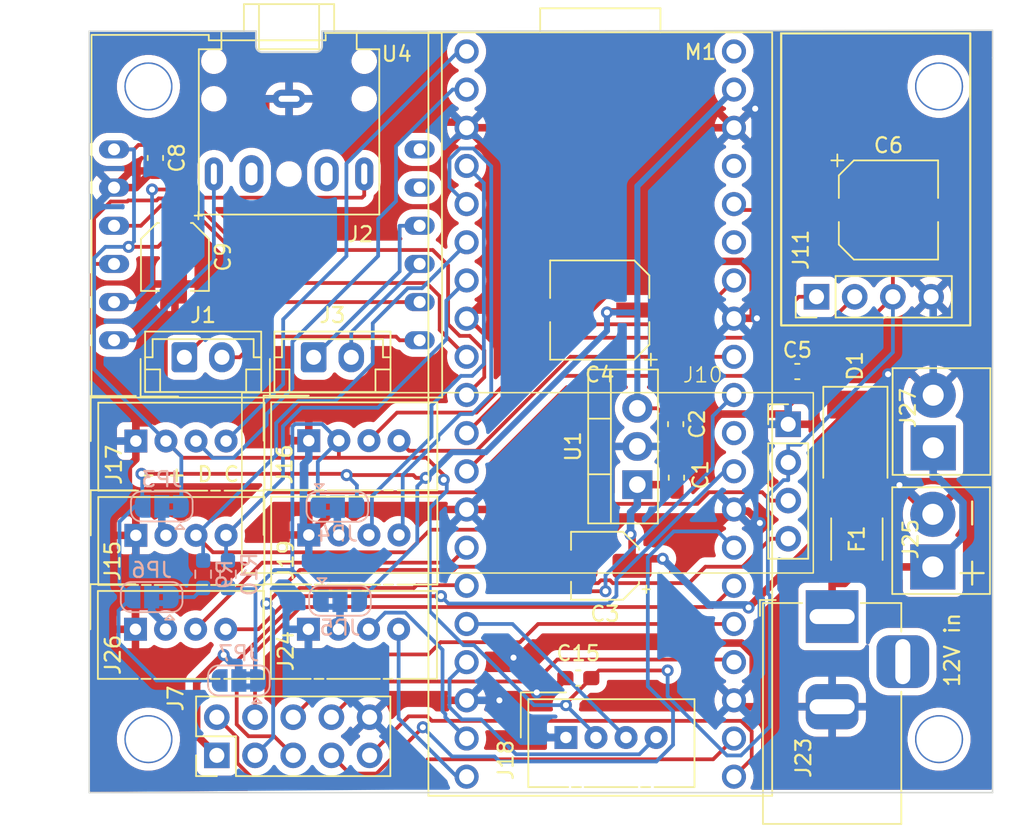
<source format=kicad_pcb>
(kicad_pcb (version 20241229) (generator "pcbnew") (generator_version "9.0")
  (layers (0 "F.Cu" signal) (2 "B.Cu" signal) (13 "F.Paste" user) (15 "B.Paste" user) (5 "F.SilkS" user "F.Silkscreen") (7 "B.SilkS" user "B.Silkscreen") (1 "F.Mask" user) (3 "B.Mask" user) (25 "Edge.Cuts" user))
  (net 0 "")
  (net 1 "+12V")
  (net 2 "GND")
  (net 3 "+5V")
  (net 4 "+3.3V")
  (net 5 "/12Vin")
  (net 7 "Net-(J3-Pin_1)")
  (net 8 "Net-(D1-A)")
  (net 9 "/INA1")
  (net 10 "/INA2")
  (net 11 "/INB1")
  (net 12 "Net-(J1-Pin_1)")
  (net 13 "/INB2")
  (net 14 "/RFRX")
  (net 15 "/RFTX")
  (net 17 "/AX12RX")
  (net 18 "/RS485TX")
  (net 19 "/RS485RX")
  (net 20 "Net-(J16-Pin_4)")
  (net 21 "/SCL")
  (net 22 "/GP11")
  (net 25 "/AX12TX")
  (net 26 "/A1TX")
  (net 27 "/A1RX")
  (net 28 "/GP14")
  (net 29 "Net-(J1-Pin_2)")
  (net 31 "/GP10")
  (net 32 "/A2RX")
  (net 33 "Net-(U4-DACR)")
  (net 34 "/A2TX")
  (net 36 "/SDA")
  (net 37 "Net-(J16-Pin_3)")
  (net 38 "/GP15")
  (net 39 "Net-(U4-DACL)")
  (net 40 "Net-(J3-Pin_2)")
  (net 42 "/PWMA")
  (net 44 "/PWMB")
  (net 45 "/pwr3")
  (net 46 "/pwr1")
  (net 47 "/pwr2")
  (net 48 "/pwr5")
  (net 49 "/pwr4")
  (net 50 "/GP2")
  (net 51 "/GP3")
  (footprint "Capacitor_SMD:C_0603_1608Metric_Pad1.08x0.95mm_HandSolder" (layer "F.Cu") (at 67.9 89.0875 -90)
    (property "Reference" "C8")
    (property "Value" "100n")
  )
  (footprint "Connector_JST:JST_EH_B2B-EH-A_1x02_P2.50mm_Vertical" (layer "F.Cu") (at 69.825 102.35)
    (property "Reference" "J1")
    (property "Value" "spkL")
  )
  (footprint "Arduino:OLED128x32" (layer "F.Cu") (at 111.652 104.707 180)
    (property "Reference" "J10")
    (property "Value" "OLED")
  )
  (footprint "Connector:NS-Tech_Grove_1x04_P2mm_Vertical" (layer "F.Cu") (at 78.075 120.45 90)
    (property "Reference" "J24")
    (property "Value" "grove GPIO / waveshare DDSM")
  )
  (footprint "Connector_BarrelJack:BarrelJack_Horizontal" (layer "F.Cu") (at 112.903 119.603 90)
    (property "Reference" "J23")
    (property "Value" "PowerIn")
  )
  (footprint "Connector_PinHeader_2.54mm:PinHeader_1x04_P2.54mm_Vertical" (layer "F.Cu") (at 111.865 98.325 90)
    (property "Reference" "J11")
    (property "Value" "CSRF")
  )
  (footprint "Connector_PinHeader_2.54mm:PinHeader_2x05_P2.54mm_Vertical" (layer "F.Cu") (at 71.985 128.84 90)
    (property "Reference" "J7")
    (property "Value" "relay1")
  )
  (footprint "fab:MountingHole_3mm" (layer "F.Cu") (at 67.437 127.762)
    (property "Reference" "H3" (hide yes))
    (property "Value" "MountingHole" (hide yes))
  )
  (footprint "Capacitor_SMD:C_0603_1608Metric_Pad1.08x0.95mm_HandSolder" (layer "F.Cu") (at 102.55 110.3625 90)
    (property "Reference" "C1")
    (property "Value" "100n")
  )
  (footprint "Connector:NS-Tech_Grove_1x04_P2mm_Vertical" (layer "F.Cu") (at 66.6 107.925 90)
    (property "Reference" "J17")
    (property "Value" "UART1")
  )
  (footprint "Connector:NS-Tech_Grove_1x04_P2mm_Vertical" (layer "F.Cu") (at 66.575 120.45 90)
    (property "Reference" "J26")
    (property "Value" "grove GPIO / waveshare DDSM")
  )
  (footprint "Diode_SMD:D_2114_3652Metric_Pad1.85x3.75mm_HandSolder" (layer "F.Cu") (at 114.45 107.775 -90)
    (property "Reference" "D1")
    (property "Value" "D")
  )
  (footprint "fab:TerminalBlock_OnShore_1x02_P3.50mm_Horizontal" (layer "F.Cu") (at 119.6 116.3 90)
    (property "Reference" "J25")
    (property "Value" "PowerIn")
  )
  (footprint "fab:CP_Elec_D6.3mm_H6.1mm" (layer "F.Cu") (at 116.65 92.55)
    (property "Reference" "C6")
    (property "Value" "47uF")
  )
  (footprint "Connector_Audio:Jack_3.5mm_CUI_SJ1-3525N_Horizontal" (layer "F.Cu") (at 76.788 85.1516 180)
    (property "Reference" "J2")
    (property "Value" "Audio1")
    (fp_line (start 2.2 4.5) (end 6.5 4.5) (stroke (width 0.12)) (layer "Edge.Cuts"))
    (fp_line (start 2.2 3.5) (end 2.2 4.5) (stroke (width 0.12)) (layer "Edge.Cuts"))
    (fp_line (start 1.8 3.1) (end -1.8 3.1) (stroke (width 0.12)) (layer "Edge.Cuts"))
    (fp_line (start -2.2 4.5) (end -6.5 4.5) (stroke (width 0.12)) (layer "Edge.Cuts"))
    (fp_line (start -2.2 3.5) (end -2.2 4.5) (stroke (width 0.12)) (layer "Edge.Cuts"))
    (fp_arc (start 1.8 3.1) (mid 2.082843 3.217157) (end 2.2 3.5) (stroke (width 0.12)) (layer "Edge.Cuts"))
    (fp_arc (start -2.2 3.5) (mid -2.082842 3.217158) (end -1.8 3.1) (stroke (width 0.12)) (layer "Edge.Cuts"))
  )
  (footprint "Capacitor_SMD:CP_Elec_4x5.4" (layer "F.Cu") (at 97.8 116.225 180)
    (property "Reference" "C3")
    (property "Value" "10uF")
  )
  (footprint "Connector:NS-Tech_Grove_1x04_P2mm_Vertical" (layer "F.Cu") (at 66.6 114.2 90)
    (property "Reference" "J15")
    (property "Value" "grove I2C")
  )
  (footprint "fab:MountingHole_3mm" (layer "F.Cu") (at 120.015 84.328)
    (property "Reference" "H1" (hide yes))
    (property "Value" "MountingHole" (hide yes))
  )
  (footprint "fab:MountingHole_3mm" (layer "F.Cu") (at 67.437 84.328)
    (property "Reference" "H4" (hide yes))
    (property "Value" "MountingHole" (hide yes))
  )
  (footprint "Capacitor_SMD:C_0603_1608Metric_Pad1.08x0.95mm_HandSolder" (layer "F.Cu") (at 96.025 123.7 180)
    (property "Reference" "C15")
    (property "Value" "100n")
  )
  (footprint "fab:RaspberryPi_PicoW_SocketTHT" (layer "F.Cu") (at 97.486 106.128)
    (property "Reference" "M1")
    (property "Value" "Pico")
  )
  (footprint "Capacitor_SMD:CP_Elec_4x5.4" (layer "F.Cu") (at 69.2 95.675 -90)
    (property "Reference" "C9")
    (property "Value" "47uF")
  )
  (footprint "Connector:NS-Tech_Grove_1x04_P2mm_Vertical" (layer "F.Cu") (at 95.2 127.65 90)
    (property "Reference" "J18")
    (property "Value" "UART2")
  )
  (footprint "Capacitor_SMD:C_0603_1608Metric_Pad1.08x0.95mm_HandSolder" (layer "F.Cu") (at 102.5 106.8 -90)
    (property "Reference" "C2")
    (property "Value" "100n")
  )
  (footprint "Connector_JST:JST_EH_B2B-EH-A_1x02_P2.50mm_Vertical" (layer "F.Cu") (at 78.425 102.35)
    (property "Reference" "J3")
    (property "Value" "spkR")
  )
  (footprint "Connector:NS-Tech_Grove_1x04_P2mm_Vertical" (layer "F.Cu") (at 78.1 107.9 90)
    (property "Reference" "J16")
    (property "Value" "grove Analog")
  )
  (footprint "Capacitor_SMD:C_0603_1608Metric_Pad1.08x0.95mm_HandSolder" (layer "F.Cu") (at 110.5875 103.3)
    (property "Reference" "C5")
    (property "Value" "100n")
  )
  (footprint "fab:CP_Elec_D6.3mm_H6.1mm" (layer "F.Cu") (at 97.45 99.2075 180)
    (property "Reference" "C4")
    (property "Value" "100uF")
  )
  (footprint "fab:TerminalBlock_OnShore_1x02_P3.50mm_Horizontal" (layer "F.Cu") (at 119.625 108.375 90)
    (property "Reference" "J27")
    (property "Value" "PowerIn")
  )
  (footprint "Fuse:Fuse_1812_4532Metric" (layer "F.Cu") (at 114.55 114.45 90)
    (property "Reference" "F1")
    (property "Value" "Polyfuse")
  )
  (footprint "fab:MountingHole_3mm" (layer "F.Cu") (at 120.015 127.762)
    (property "Reference" "H2" (hide yes))
    (property "Value" "MountingHole" (hide yes))
  )
  (footprint "Package_TO_SOT_THT:TO-220-3_Vertical" (layer "F.Cu") (at 99.95 110.825 90)
    (property "Reference" "U1")
    (property "Value" "LM7805_TO220")
  )
  (footprint "Connector:NS-Tech_Grove_1x04_P2mm_Vertical" (layer "F.Cu") (at 78.1 114.175 90)
    (property "Reference" "J19")
    (property "Value" "grove GPIO")
  )
  (footprint "Arduino:fermion-mp3" (layer "F.Cu") (at 75.311 94.869 -90)
    (property "Reference" "U4")
    (property "Value" "fermion-mp3")
  )
  (footprint "Jumper:SolderJumper-3_P1.3mm_Bridged2Bar12_RoundedPad1.0x1.5mm" (layer "B.Cu") (at 80.175 118.55)
    (property "Reference" "JP5")
    (property "Value" "powerselect")
  )
  (footprint "Jumper:SolderJumper-3_P1.3mm_Bridged2Bar12_RoundedPad1.0x1.5mm" (layer "B.Cu") (at 68.325 112.275 180)
    (property "Reference" "JP3")
    (property "Value" "powerselect")
  )
  (footprint "Resistor_SMD:R_0603_1608Metric_Pad0.98x0.95mm_HandSolder" (layer "B.Cu") (at 71.075 116.7875 90)
    (property "Reference" "R9")
    (property "Value" "4k7")
  )
  (footprint "Jumper:SolderJumper-3_P1.3mm_Bridged2Bar12_RoundedPad1.0x1.5mm" (layer "B.Cu") (at 67.65 118.3075 180)
    (property "Reference" "JP6")
    (property "Value" "powerselect")
  )
  (footprint "Resistor_SMD:R_0603_1608Metric_Pad0.98x0.95mm_HandSolder" (layer "B.Cu") (at 72.725 116.7875 90)
    (property "Reference" "R10")
    (property "Value" "4k7")
  )
  (footprint "Jumper:SolderJumper-3_P1.3mm_Bridged2Bar12_RoundedPad1.0x1.5mm" (layer "B.Cu") (at 73.45 123.8575 180)
    (property "Reference" "JP7")
    (property "Value" "powerselect")
  )
  (footprint "Jumper:SolderJumper-3_P1.3mm_Bridged2Bar12_RoundedPad1.0x1.5mm" (layer "B.Cu") (at 80 112.2925)
    (property "Reference" "JP4")
    (property "Value" "powerselect")
  )
  (gr_rect (start 109.5155 80.799) (end 122.0885 100.23) (stroke (width 0.15)) (fill no) (layer "F.SilkS"))
  (gr_line (start 63.5 80.65) (end 63.5 80.76) (stroke (width 0.1)) (layer "Edge.Cuts"))
  (gr_line (start 123.571 82.423) (end 123.571 80.645) (stroke (width 0.1)) (layer "Edge.Cuts"))
  (gr_line (start 83.288 80.6516) (end 123.571 80.589938) (stroke (width 0.1)) (layer "Edge.Cuts"))
  (gr_line (start 63.5 131.318) (end 123.571 131.318) (stroke (width 0.1)) (layer "Edge.Cuts"))
  (gr_line (start 123.571 131.318) (end 123.571 82.423) (stroke (width 0.1)) (layer "Edge.Cuts"))
  (gr_line (start 63.5 80.76) (end 63.5 131.318) (stroke (width 0.1)) (layer "Edge.Cuts"))
  (gr_line (start 70.288 80.6516) (end 63.5 80.65) (stroke (width 0.1)) (layer "Edge.Cuts"))
  (gr_text "12V in\n" (at 121.475 124.375 90) (layer "F.SilkS") (effects (font (size 1 1)) (justify left bottom)))
  (gr_text "- + " (at 121.2 111.375 270) (layer "F.SilkS") (effects (font (size 2 2)) (justify left bottom)))
  (gr_text "- + D C" (at 66.6 110.725 0) (layer "F.SilkS") (effects (font (size 1 1)) (justify left bottom)))
  (segment (start 99.6 114.2327) (end 99.4989 114.1316) (width 0.5) (layer "F.Cu") (net 1))
  (segment (start 99.6 116.225) (end 99.6 115.7594) (width 0.5) (layer "F.Cu") (net 1))
  (segment (start 99.6 115.7594) (end 99.6 114.2327) (width 0.5) (layer "F.Cu") (net 1))
  (segment (start 102.15 110.825) (end 102.55 111.225) (width 0.5) (layer "F.Cu") (net 1))
  (segment (start 111.9253 108.0247) (end 111.9253 114.4208) (width 0.5) (layer "F.Cu") (net 1))
  (segment (start 114.45 105.5) (end 111.9253 108.0247) (width 0.5) (layer "F.Cu") (net 1))
  (segment (start 99.95 110.825) (end 102.15 110.825) (width 0.5) (layer "F.Cu") (net 1))
  (segment (start 99.6 115.7594) (end 101.6338 115.7594) (width 0.5) (layer "F.Cu") (net 1))
  (segment (start 111.9253 114.4208) (end 107.346 119.0001) (width 0.5) (layer "F.Cu") (net 1))
  (via (at 101.6338 115.7594) (size 0.8) (drill 0.4) (layers "F.Cu" "B.Cu") (net 1))
  (via (at 99.4989 114.1316) (size 0.8) (drill 0.4) (layers "F.Cu" "B.Cu") (net 1))
  (via (at 107.346 119.0001) (size 0.8) (drill 0.4) (layers "F.Cu" "B.Cu") (net 1))
  (segment (start 104.7024 118.828) (end 107.1739 118.828) (width 0.5) (layer "B.Cu") (net 1))
  (segment (start 99.95 110.825) (end 99.95 112.2292) (width 0.5) (layer "B.Cu") (net 1))
  (segment (start 101.6338 115.7594) (end 104.7024 118.828) (width 0.5) (layer "B.Cu") (net 1))
  (segment (start 107.1739 118.828) (end 107.346 119.0001) (width 0.5) (layer "B.Cu") (net 1))
  (segment (start 99.95 112.2292) (end 99.4989 112.6803) (width 0.5) (layer "B.Cu") (net 1))
  (segment (start 99.4989 112.6803) (end 99.4989 114.1316) (width 0.5) (layer "B.Cu") (net 1))
  (segment (start 116.4453 103.3) (end 116.6224 103.4771) (width 0.5) (layer "F.Cu") (net 2))
  (segment (start 66.6 115.4137) (end 66.575 115.4387) (width 0.5) (layer "F.Cu") (net 2))
  (segment (start 102.55 109.5) (end 102.55 108.9575) (width 0.5) (layer "F.Cu") (net 2))
  (segment (start 66.6 114.2) (end 66.6 112.9863) (width 0.5) (layer "F.Cu") (net 2))
  (segment (start 79.797 112.478) (end 78.1 114.175) (width 0.5) (layer "F.Cu") (net 2))
  (segment (start 68.4687 98.2063) (end 68.4687 105.6879) (width 0.5) (layer "F.Cu") (net 2))
  (segment (start 90.7764 125.178) (end 92.7327 125.178) (width 0.5) (layer "F.Cu") (net 2))
  (segment (start 75.2363 86.7033) (end 75.2363 85.1516) (width 0.5) (layer "F.Cu") (net 2))
  (segment (start 66.6 114.8068) (end 66.6 114.2) (width 0.5) (layer "F.Cu") (net 2))
  (segment (start 95.1625 123.7) (end 94.2111 124.6514) (width 0.5) (layer "F.Cu") (net 2))
  (segment (start 106.801 125.603) (end 106.376 125.178) (width 0.5) (layer "F.Cu") (net 2))
  (segment (start 99.95 108.285) (end 101.8775 108.285) (width 0.5) (layer "F.Cu") (net 2))
  (segment (start 107.6554 99.7561) (end 106.3979 99.7561) (width 0.5) (layer "F.Cu") (net 2))
  (segment (start 107.6554 99.7561) (end 107.6554 96.7125) (width 0.5) (layer "F.Cu") (net 2))
  (segment (start 106.376 112.5895) (end 106.376 112.478) (width 0.5) (layer "F.Cu") (net 2))
  (segment (start 71.1467 86.7033) (end 75.2363 86.7033) (width 0.5) (layer "F.Cu") (net 2))
  (segment (start 83.267 125.178) (end 88.596 125.178) (width 0.5) (layer "F.Cu") (net 2))
  (segment (start 99.2486 112.9764) (end 105.9891 112.9764) (width 0.5) (layer "F.Cu") (net 2))
  (segment (start 121.2017 92.55) (end 121.2017 96.6083) (width 0.5) (layer "F.Cu") (net 2))
  (segment (start 101.8775 108.285) (end 102.5 107.6625) (width 0.5) (layer "F.Cu") (net 2))
  (segment (start 78.1 107.9) (end 76.8863 107.9) (width 0.5) (layer "F.Cu") (net 2))
  (segment (start 67.7117 89.95) (end 67.9 89.95) (width 0.5) (layer "F.Cu") (net 2))
  (segment (start 66.6 114.8068) (end 66.6 115.4137) (width 0.5) (layer "F.Cu") (net 2))
  (segment (start 111.45 103.3) (end 116.4453 103.3) (width 0.5) (layer "F.Cu") (net 2))
  (segment (start 116.6224 103.4771) (end 118.2271 103.4771) (width 0.5) (layer "F.Cu") (net 2))
  (segment (start 100.0411 95.9681) (end 96.8017 99.2075) (width 0.5) (layer "F.Cu") (net 2))
  (segment (start 107.3097 112.5895) (end 108.0978 113.3776) (width 0.5) (layer "F.Cu") (net 2))
  (segment (start 66.6 106.7113) (end 67.4453 106.7113) (width 0.5) (layer "F.Cu") (net 2))
  (segment (start 66.6027 91.059) (end 67.7117 89.95) (width 0.5) (layer "F.Cu") (net 2))
  (segment (start 66.6 107.925) (end 66.6 106.7113) (width 0.5) (layer "F.Cu") (net 2))
  (segment (start 92.253 112.478) (end 96 116.225) (width 0.5) (layer "F.Cu") (net 2))
  (segment (start 94.85 99.2075) (end 89.1665 99.2075) (width 0.5) (layer "F.Cu") (net 2))
  (segment (start 106.376 87.078) (end 107.646 85.808) (width 0.5) (layer "F.Cu") (net 2))
  (segment (start 88.596 112.478) (end 79.797 112.478) (width 0.5) (layer "F.Cu") (net 2))
  (segment (start 66.6 107.925) (end 66.6 109.1387) (width 0.5) (layer "F.Cu") (net 2))
  (segment (start 74.6742 105.6879) (end 76.8863 107.9) (width 0.5) (layer "F.Cu") (net 2))
  (segment (start 66.1009 109.6378) (end 66.6 109.1387) (width 0.5) (layer "F.Cu") (net 2))
  (segment (start 111.45 103.3) (end 111.45 104.0373) (width 0.5) (layer "F.Cu") (net 2))
  (segment (start 102.5 107.6625) (end 104.0345 106.128) (width 0.5) (layer "F.Cu") (net 2))
  (segment (start 94.85 99.2075) (end 96.8017 99.2075) (width 0.5) (layer "F.Cu") (net 2))
  (segment (start 107.9022 99.7561) (end 107.6554 99.7561) (width 0.5) (layer "F.Cu") (net 2))
  (segment (start 107.646 85.808) (end 107.7851 85.808) (width 0.5) (layer "F.Cu") (net 2))
  (segment (start 82.145 126.3) (end 83.267 125.178) (width 0.5) (layer "F.Cu") (net 2))
  (segment (start 88.2213 86.7033) (end 88.596 87.078) (width 0.5) (layer "F.Cu") (net 2))
  (segment (start 107.6554 96.7125) (end 106.911 95.9681) (width 0.5) (layer "F.Cu") (net 2))
  (segment (start 91.7152 122.3359) (end 92.0406 122.3359) (width 0.5) (layer "F.Cu") (net 2))
  (segment (start 69.2 97.475) (end 68.4687 98.2063) (width 0.5) (layer "F.Cu") (net 2))
  (segment (start 118.2271 103.4771) (end 119.625 104.875) (width 0.5) (layer "F.Cu") (net 2))
  (segment (start 88.596 87.078) (end 106.376 87.078) (width 0.5) (layer "F.Cu") (net 2))
  (segment (start 75.2363 86.7033) (end 88.2213 86.7033) (width 0.5) (layer "F.Cu") (net 2))
  (segment (start 76.788 85.1516) (end 75.2363 85.1516) (width 0.5) (layer "F.Cu") (net 2))
  (segment (start 92.7327 125.178) (end 93.2593 124.6514) (width 0.5) (layer "F.Cu") (net 2))
  (segment (start 104.0345 106.128) (end 109.982 106.128) (width 0.5) (layer "F.Cu") (net 2))
  (segment (start 66.6 112.9863) (end 66.1009 112.4872) (width 0.5) (layer "F.Cu") (net 2))
  (segment (start 67.4453 106.7113) (end 68.4687 105.6879) (width 0.5) (layer "F.Cu") (net 2))
  (segment (start 119.3234 112.8) (end 119.6 112.8) (width 0.5) (layer "F.Cu") (net 2))
  (segment (start 68.4687 105.6879) (end 74.6742 105.6879) (width 0.5) (layer "F.Cu") (net 2))
  (segment (start 107.6539 122.1371) (end 107.6539 123.9001) (width 0.5) (layer "F.Cu") (net 2))
  (segment (start 94.2111 124.6514) (end 93.2593 124.6514) (width 0.5) (layer "F.Cu") (net 2))
  (segment (start 66.1009 112.4872) (end 66.1009 109.6378) (width 0.5) (layer "F.Cu") (net 2))
  (segment (start 88.596 112.478) (end 92.253 112.478) (width 0.5) (layer "F.Cu") (net 2))
  (segment (start 109.982 106.128) (end 109.982 105.5053) (width 0.5) (layer "F.Cu") (net 2))
  (segment (start 102.55 108.9575) (end 101.8775 108.285) (width 0.5) (layer "F.Cu") (net 2))
  (segment (start 96 116.225) (end 99.2486 112.9764) (width 0.5) (layer "F.Cu") (net 2))
  (segment (start 112.903 125.603) (end 106.801 125.603) (width 0.5) (layer "F.Cu") (net 2))
  (segment (start 106.3979 99.7561) (end 106.376 99.778) (width 0.5) (layer "F.Cu") (net 2))
  (segment (start 117.3816 110.8582) (end 119.3234 112.8) (width 0.5) (layer "F.Cu") (net 2))
  (segment (start 106.8848 121.368) (end 107.6539 122.1371) (width 0.5) (layer "F.Cu") (net 2))
  (segment (start 111.45 104.0373) (end 109.982 105.5053) (width 0.5) (layer "F.Cu") (net 2))
  (segment (start 89.1665 99.2075) (end 88.596 99.778) (width 0.5) (layer "F.Cu") (net 2))
  (segment (start 105.9891 112.9764) (end 106.376 112.5895) (width 0.5) (layer "F.Cu") (net 2))
  (segment (start 109.982 106.807) (end 109.982 106.128) (width 0.5) (layer "F.Cu") (net 2))
  (segment (start 67.9 89.95) (end 71.1467 86.7033) (width 0.5) (layer "F.Cu") (net 2))
  (segment (start 106.376 112.5895) (end 107.3097 112.5895) (width 0.5) (layer "F.Cu") (net 2))
  (segment (start 107.6539 123.9001) (end 106.376 125.178) (width 0.5) (layer "F.Cu") (net 2))
  (segment (start 121.2017 96.6083) (end 119.485 98.325) (width 0.5) (layer "F.Cu") (net 2))
  (segment (start 92.0406 122.3359) (end 93.0085 121.368) (width 0.5) (layer "F.Cu") (net 2))
  (segment (start 65.151 91.059) (end 66.6027 91.059) (width 0.5) (layer "F.Cu") (net 2))
  (segment (start 119.25 92.55) (end 121.2017 92.55) (width 0.5) (layer "F.Cu") (net 2))
  (segment (start 93.0085 121.368) (end 106.8848 121.368) (width 0.5) (layer "F.Cu") (net 2))
  (segment (start 106.911 95.9681) (end 100.0411 95.9681) (width 0.5) (layer "F.Cu") (net 2))
  (segment (start 66.575 115.4387) (end 66.575 120.45) (width 0.5) (layer "F.Cu") (net 2))
  (via (at 108.0978 113.3776) (size 0.8) (drill 0.4) (layers "F.Cu" "B.Cu") (net 2))
  (via (at 93.2593 124.6514) (size 0.8) (drill 0.4) (layers "F.Cu" "B.Cu") (net 2))
  (via (at 91.7152 122.3359) (size 0.8) (drill 0.4) (layers "F.Cu" "B.Cu") (net 2))
  (via (at 116.6224 103.4771) (size 0.8) (drill 0.4) (layers "F.Cu" "B.Cu") (net 2))
  (via (at 107.9022 99.7561) (size 0.8) (drill 0.4) (layers "F.Cu" "B.Cu") (net 2))
  (via (at 90.7764 125.178) (size 0.8) (drill 0.4) (layers "F.Cu" "B.Cu") (net 2))
  (via (at 117.3816 110.8582) (size 0.8) (drill 0.4) (layers "F.Cu" "B.Cu") (net 2))
  (via (at 107.7851 85.808) (size 0.8) (drill 0.4) (layers "F.Cu" "B.Cu") (net 2))
  (segment (start 93.9863 127.65) (end 91.5143 125.178) (width 0.5) (layer "B.Cu") (net 2))
  (segment (start 108.1977 123.3563) (end 108.1977 118.6473) (width 0.5) (layer "B.Cu") (net 2))
  (segment (start 107.7851 99.639) (end 107.9022 99.7561) (width 0.5) (layer "B.Cu") (net 2))
  (segment (start 107.7851 85.808) (end 107.7851 99.639) (width 0.5) (layer "B.Cu") (net 2))
  (segment (start 119.485 98.325) (end 119.625 98.465) (width 0.5) (layer "B.Cu") (net 2))
  (segment (start 108.1841 118.4473) (end 108.0447 118.3079) (width 0.5) (layer "B.Cu") (net 2))
  (segment (start 106.376 125.178) (end 108.1977 123.3563) (width 0.5) (layer "B.Cu") (net 2))
  (segment (start 108.1841 118.6337) (end 108.1841 118.4473) (width 0.5) (layer "B.Cu") (net 2))
  (segment (start 95.2 127.65) (end 93.9863 127.65) (width 0.5) (layer "B.Cu") (net 2))
  (segment (start 91.7152 123.1073) (end 91.7152 122.3359) (width 0.5) (layer "B.Cu") (net 2))
  (segment (start 116.6224 110.099) (end 117.3816 110.8582) (width 0.5) (layer "B.Cu") (net 2))
  (segment (start 109.982 106.807) (end 109.982 105.5053) (width 0.5) (layer "B.Cu") (net 2))
  (segment (start 108.0447 118.3079) (end 108.0447 113.4307) (width 0.5) (layer "B.Cu") (net 2))
  (segment (start 78.1 114.175) (end 77.7443 113.8193) (width 0.5) (layer "B.Cu") (net 2))
  (segment (start 108.1977 118.6473) (end 108.1841 118.6337) (width 0.5) (layer "B.Cu") (net 2))
  (segment (start 91.5143 125.178) (end 90.7764 125.178) (width 0.5) (layer "B.Cu") (net 2))
  (segment (start 88.596 112.478) (end 92.789 108.285) (width 0.5) (layer "B.Cu") (net 2))
  (segment (start 92.789 108.285) (end 99.95 108.285) (width 0.5) (layer "B.Cu") (net 2))
  (segment (start 107.9022 103.4255) (end 109.982 105.5053) (width 0.5) (layer "B.Cu") (net 2))
  (segment (start 116.6224 103.4771) (end 116.6224 110.099) (width 0.5) (layer "B.Cu") (net 2))
  (segment (start 119.625 98.465) (end 119.625 104.875) (width 0.5) (layer "B.Cu") (net 2))
  (segment (start 82.145 126.3) (end 78.075 122.23) (width 0.5) (layer "B.Cu") (net 2))
  (segment (start 107.9022 99.7561) (end 107.9022 103.4255) (width 0.5) (layer "B.Cu") (net 2))
  (segment (start 108.0447 113.4307) (end 108.0978 113.3776) (width 0.5) (layer "B.Cu") (net 2))
  (segment (start 90.7764 125.178) (end 88.596 125.178) (width 0.5) (layer "B.Cu") (net 2))
  (segment (start 93.2593 124.6514) (end 91.7152 123.1073) (width 0.5) (layer "B.Cu") (net 2))
  (segment (start 78.1 107.9) (end 78.1 109.1137) (width 0.5) (layer "B.Cu") (net 2))
  (segment (start 77.7443 109.4694) (end 78.1 109.1137) (width 0.5) (layer "B.Cu") (net 2))
  (segment (start 77.7443 113.8193) (end 77.7443 109.4694) (width 0.5) (layer "B.Cu") (net 2))
  (segment (start 78.075 122.23) (end 78.075 120.45) (width 0.5) (layer "B.Cu") (net 2))
  (segment (start 85.2377 110.375) (end 85.0507 110.188) (width 0.25) (layer "F.Cu") (net 3))
  (segment (start 101.4692 105.9375) (end 101.2767 105.745) (width 0.25) (layer "F.Cu") (net 3))
  (segment (start 100.05 99.2075) (end 98.2233 99.2075) (width 0.25) (layer "F.Cu") (net 3))
  (segment (start 99.95 105.745) (end 101.2767 105.745) (width 0.25) (layer "F.Cu") (net 3))
  (segment (start 97.9294 99.3692) (end 98.0616 99.3692) (width 0.25) (layer "F.Cu") (net 3))
  (segment (start 98.0616 99.3692) (end 98.2233 99.2075) (width 0.25) (layer "F.Cu") (net 3))
  (segment (start 80.5332 110.106) (end 80.6152 110.188) (width 0.25) (layer "F.Cu") (net 3))
  (segment (start 102.5 105.9375) (end 101.4692 105.9375) (width 0.25) (layer "F.Cu") (net 3))
  (segment (start 85.0507 110.188) (end 80.6152 110.188) (width 0.25) (layer "F.Cu") (net 3))
  (segment (start 85.875 110.375) (end 85.2377 110.375) (width 0.25) (layer "F.Cu") (net 3))
  (segment (start 66.9736 110.106) (end 80.5332 110.106) (width 0.25) (layer "F.Cu") (net 3))
  (via (at 80.6152 110.188) (size 0.8) (drill 0.4) (layers "F.Cu" "B.Cu") (net 3))
  (via (at 85.875 110.375) (size 0.8) (drill 0.4) (layers "F.Cu" "B.Cu") (net 3))
  (via (at 97.9294 99.3692) (size 0.8) (drill 0.4) (layers "F.Cu" "B.Cu") (net 3))
  (via (at 66.9736 110.106) (size 0.8) (drill 0.4) (layers "F.Cu" "B.Cu") (net 3))
  (segment (start 87.625 108.668) (end 87.1005 109.1925) (width 0.4) (layer "B.Cu") (net 3))
  (segment (start 87.1005 109.1925) (end 87.1005 109.1995) (width 0.25) (layer "B.Cu") (net 3))
  (segment (start 89.857 108.668) (end 97.9294 100.5956) (width 0.4) (layer "B.Cu") (net 3))
  (segment (start 106.376 84.538) (end 99.95 90.964) (width 0.4) (layer "B.Cu") (net 3))
  (segment (start 67.025 110.1574) (end 67.025 112.275) (width 0.25) (layer "B.Cu") (net 3))
  (segment (start 67.025 112.275) (end 66.5291 112.275) (width 0.25) (layer "B.Cu") (net 3))
  (segment (start 66.9736 110.106) (end 67.025 110.1574) (width 0.25) (layer "B.Cu") (net 3))
  (segment (start 99.95 90.964) (end 99.95 99.3692) (width 0.4) (layer "B.Cu") (net 3))
  (segment (start 87.625 108.668) (end 89.857 108.668) (width 0.4) (layer "B.Cu") (net 3))
  (segment (start 80.6152 110.188) (end 81.3 110.8728) (width 0.25) (layer "B.Cu") (net 3))
  (segment (start 81.3 110.8728) (end 81.3 112.2925) (width 0.25) (layer "B.Cu") (net 3))
  (segment (start 66.35 118.3075) (end 65.45 119.2075) (width 0.25) (layer "B.Cu") (net 3))
  (segment (start 65.5113 113.2928) (end 65.5113 117.4688) (width 0.25) (layer "B.Cu") (net 3))
  (segment (start 99.95 99.3692) (end 99.95 105.745) (width 0.4) (layer "B.Cu") (net 3))
  (segment (start 65.45 121.3341) (end 67.9734 123.8575) (width 0.25) (layer "B.Cu") (net 3))
  (segment (start 65.45 119.2075) (end 65.45 121.3341) (width 0.25) (layer "B.Cu") (net 3))
  (segment (start 99.95 99.3692) (end 97.9294 99.3692) (width 0.4) (layer "B.Cu") (net 3))
  (segment (start 85.3156 110.9344) (end 85.3156 114.7094) (width 0.25) (layer "B.Cu") (net 3))
  (segment (start 85.3156 114.7094) (end 81.475 118.55) (width 0.25) (layer "B.Cu") (net 3))
  (segment (start 67.9734 123.8575) (end 72.15 123.8575) (width 0.25) (layer "B.Cu") (net 3))
  (segment (start 97.9294 100.5956) (end 97.9294 99.3692) (width 0.4) (layer "B.Cu") (net 3))
  (segment (start 87.1005 109.1995) (end 85.925 110.375) (width 0.4) (layer "B.Cu") (net 3))
  (segment (start 85.925 110.375) (end 85.875 110.375) (width 0.25) (layer "B.Cu") (net 3))
  (segment (start 66.5291 112.275) (end 65.5113 113.2928) (width 0.25) (layer "B.Cu") (net 3))
  (segment (start 65.5113 117.4688) (end 66.35 118.3075) (width 0.25) (layer "B.Cu") (net 3))
  (segment (start 85.875 110.375) (end 85.3156 110.9344) (width 0.25) (layer "B.Cu") (net 3))
  (segment (start 95.2022 125.3853) (end 95.2022 125.4977) (width 0.25) (layer "F.Cu") (net 4))
  (segment (start 67.9 88.225) (end 66.7717 88.225) (width 0.25) (layer "F.Cu") (net 4))
  (segment (start 85.9262 109.0374) (end 80.1 109.0374) (width 0.25) (layer "F.Cu") (net 4))
  (segment (start 114.9634 92.55) (end 114.05 92.55) (width 0.25) (layer "F.Cu") (net 4))
  (segment (start 114.05 92.55) (end 106.768 92.55) (width 0.25) (layer "F.Cu") (net 4))
  (segment (start 111.2047 101.8203) (end 109.725 103.3) (width 0.25) (layer "F.Cu") (net 4))
  (segment (start 66.12 95.0007) (end 66.12 95.0008) (width 0.25) (layer "F.Cu") (net 4))
  (segment (start 116.945 98.325) (end 116.945 93.6183) (width 0.25) (layer "F.Cu") (net 4))
  (segment (start 65.151 88.519) (end 66.4777 88.519) (width 0.25) (layer "F.Cu") (net 4))
  (segment (start 114.9634 92.55) (end 115.8767 92.55) (width 0.25) (layer "F.Cu") (net 4))
  (segment (start 106.768 92.55) (end 106.376 92.158) (width 0.25) (layer "F.Cu") (net 4))
  (segment (start 87.075 110.5) (end 87.075 110.1862) (width 0.25) (layer "F.Cu") (net 4))
  (segment (start 87.075 110.1862) (end 85.9262 109.0374) (width 0.25) (layer "F.Cu") (net 4))
  (segment (start 116.945 93.6183) (end 115.8767 92.55) (width 0.25) (layer "F.Cu") (net 4))
  (segment (start 97.3957 123.1918) (end 96.8875 123.7) (width 0.25) (layer "F.Cu") (net 4))
  (segment (start 80.1 107.9) (end 80.1 109.0374) (width 0.25) (layer "F.Cu") (net 4))
  (segment (start 66.7717 88.225) (end 66.4777 88.519) (width 0.25) (layer "F.Cu") (net 4))
  (segment (start 101.9644 123.1918) (end 97.3957 123.1918) (width 0.25) (layer "F.Cu") (net 4))
  (segment (start 68.0743 95.0007) (end 66.12 95.0007) (width 0.25) (layer "F.Cu") (net 4))
  (segment (start 96.8875 123.7) (end 95.2022 125.3853) (width 0.25) (layer "F.Cu") (net 4))
  (segment (start 116.945 98.325) (end 113.4497 101.8203) (width 0.25) (layer "F.Cu") (net 4))
  (segment (start 69.2 93.875) (end 68.0743 95.0007) (width 0.25) (layer "F.Cu") (net 4))
  (segment (start 69.7124 109.0374) (end 68.6 107.925) (width 0.25) (layer "F.Cu") (net 4))
  (segment (start 80.1 109.0374) (end 69.7124 109.0374) (width 0.25) (layer "F.Cu") (net 4))
  (segment (start 113.4497 101.8203) (end 111.2047 101.8203) (width 0.25) (layer "F.Cu") (net 4))
  (via (at 87.075 110.5) (size 0.8) (drill 0.4) (layers "F.Cu" "B.Cu") (net 4))
  (via (at 95.2022 125.4977) (size 0.8) (drill 0.4) (layers "F.Cu" "B.Cu") (net 4))
  (via (at 101.9644 123.1918) (size 0.8) (drill 0.4) (layers "F.Cu" "B.Cu") (net 4))
  (via (at 66.12 95.0008) (size 0.8) (drill 0.4) (layers "F.Cu" "B.Cu") (net 4))
  (segment (start 88.3948 121.5101) (end 89.0904 121.5101) (width 0.25) (layer "B.Cu") (net 4))
  (segment (start 116.945 102.0163) (end 110.791 108.1703) (width 0.25) (layer "B.Cu") (net 4))
  (segment (start 75.8274 116.5076) (end 74.5552 117.7798) (width 0.25) (layer "B.Cu") (net 4))
  (segment (start 108.7744 118.222) (end 108.6289 118.0765) (width 0.25) (layer "B.Cu") (net 4))
  (segment (start 86.1479 112.3771) (end 86.1479 119.2632) (width 0.25) (layer "B.Cu") (net 4))
  (segment (start 105.9093 128.8447) (end 106.8428 128.8447) (width 0.25) (layer "B.Cu") (net 4))
  (segment (start 108.7744 126.9131) (end 108.7744 118.222) (width 0.25) (layer "B.Cu") (net 4))
  (segment (start 78.9833 106.7913) (end 77.1831 106.7913) (width 0.25) (layer "B.Cu") (net 4))
  (segment (start 109.982 109.347) (end 109.982 110.5237) (width 0.25) (layer "B.Cu") (net 4))
  (segment (start 97.2 127.4955) (end 95.2022 125.4977) (width 0.25) (layer "B.Cu") (net 4))
  (segment (start 77.0084 106.966) (end 77.0084 116.5076) (width 0.25) (layer "B.Cu") (net 4))
  (segment (start 78.7 109.3) (end 79.669 108.331) (width 0.25) (layer "B.Cu") (net 4))
  (segment (start 108.8245 113.0766) (end 108.6289 112.881) (width 0.25) (layer "B.Cu") (net 4))
  (segment (start 78.7 112.2925) (end 78.7 109.3) (width 0.25) (layer "B.Cu") (net 4))
  (segment (start 87.075 110.5) (end 87.275 110.7) (width 0.25) (layer "B.Cu") (net 4))
  (segment (start 66.4777 88.519) (end 66.4777 94.6431) (width 0.25) (layer "B.Cu") (net 4))
  (segment (start 93.078 125.4977) (end 95.2022 125.4977) (width 0.25) (layer "B.Cu") (net 4))
  (segment (start 65.151 88.519) (end 66.4777 88.519) (width 0.25) (layer "B.Cu") (net 4))
  (segment (start 79.669 107.9) (end 79.669 107.477) (width 0.25) (layer "B.Cu") (net 4))
  (segment (start 108.6289 111.5676) (end 109.6728 110.5237) (width 0.25) (layer "B.Cu") (net 4))
  (segment (start 69.625 112.275) (end 69.625 108.95) (width 0.25) (layer "B.Cu") (net 4))
  (segment (start 74.5552 117.7798) (end 74.5552 123.6627) (width 0.25) (layer "B.Cu") (net 4))
  (segment (start 79.669 107.9) (end 80.1 107.9) (width 0.25) (layer "B.Cu") (net 4))
  (segment (start 63.8243 103.1493) (end 68.6 107.925) (width 0.25) (layer "B.Cu") (net 4))
  (segment (start 108.6289 113.8742) (end 108.8245 113.6786) (width 0.25) (layer "B.Cu") (net 4))
  (segment (start 71.075 117.7) (end 72.725 117.7) (width 0.25) (layer "B.Cu") (net 4))
  (segment (start 78.875 118.55) (end 78.875 118.3742) (width 0.25) (layer "B.Cu") (net 4))
  (segment (start 109.6728 110.5237) (end 109.982 110.5237) (width 0.25) (layer "B.Cu") (net 4))
  (segment (start 78.875 118.3742) (end 77.0084 116.5076) (width 0.25) (layer "B.Cu") (net 4))
  (segment (start 86.1479 119.2632) (end 88.3948 121.5101) (width 0.25) (layer "B.Cu") (net 4))
  (segment (start 87.275 111.25) (end 86.1479 112.3771) (width 0.25) (layer "B.Cu") (net 4))
  (segment (start 69.625 108.95) (end 68.6 107.925) (width 0.25) (layer "B.Cu") (net 4))
  (segment (start 66.4777 94.6431) (end 66.12 95.0008) (width 0.25) (layer "B.Cu") (net 4))
  (segment (start 74.5552 123.6627) (end 74.75 123.8575) (width 0.25) (layer "B.Cu") (net 4))
  (segment (start 64.5743 95.0008) (end 63.8243 95.7508) (width 0.25) (layer "B.Cu") (net 4))
  (segment (start 66.12 95.0008) (end 64.5743 95.0008) (width 0.25) (layer "B.Cu") (net 4))
  (segment (start 77.1831 106.7913) (end 77.0084 106.966) (width 0.25) (layer "B.Cu") (net 4))
  (segment (start 79.669 108.331) (end 79.669 107.9) (width 0.25) (layer "B.Cu") (net 4))
  (segment (start 89.0904 121.5101) (end 93.078 125.4977) (width 0.25) (layer "B.Cu") (net 4))
  (segment (start 79.669 107.477) (end 78.9833 106.7913) (width 0.25) (layer "B.Cu") (net 4))
  (segment (start 77.0084 116.5076) (end 75.8274 116.5076) (width 0.25) (layer "B.Cu") (net 4))
  (segment (start 97.2 127.65) (end 97.2 127.4955) (width 0.25) (layer "B.Cu") (net 4))
  (segment (start 108.6289 112.881) (end 108.6289 111.5676) (width 0.25) (layer "B.Cu") (net 4))
  (segment (start 87.275 110.7) (end 87.275 111.25) (width 0.25) (layer "B.Cu") (net 4))
  (segment (start 101.9644 123.1918) (end 101.9644 124.8998) (width 0.25) (layer "B.Cu") (net 4))
  (segment (start 110.791 108.1703) (end 109.982 108.1703) (width 0.25) (layer "B.Cu") (net 4))
  (segment (start 63.8243 95.7508) (end 63.8243 103.1493) (width 0.25) (layer "B.Cu") (net 4))
  (segment (start 108.6289 118.0765) (end 108.6289 113.8742) (width 0.25) (layer "B.Cu") (net 4))
  (segment (start 70.4675 118.3075) (end 71.075 117.7) (width 0.25) (layer "B.Cu") (net 4))
  (segment (start 109.982 108.7586) (end 109.982 108.1703) (width 0.25) (layer "B.Cu") (net 4))
  (segment (start 74.5552 117.7798) (end 72.8048 117.7798) (width 0.25) (layer "B.Cu") (net 4))
  (segment (start 68.95 118.3075) (end 70.4675 118.3075) (width 0.25) (layer "B.Cu") (net 4))
  (segment (start 116.945 98.325) (end 116.945 102.0163) (width 0.25) (layer "B.Cu") (net 4))
  (segment (start 101.9644 124.8998) (end 105.9093 128.8447) (width 0.25) (layer "B.Cu") (net 4))
  (segment (start 109.982 108.7586) (end 109.982 109.347) (width 0.25) (layer "B.Cu") (net 4))
  (segment (start 106.8428 128.8447) (end 108.7744 126.9131) (width 0.25) (layer "B.Cu") (net 4))
  (segment (start 108.8245 113.6786) (end 108.8245 113.0766) (width 0.25) (layer "B.Cu") (net 4))
  (segment (start 72.8048 117.7798) (end 72.725 117.7) (width 0.25) (layer "B.Cu") (net 4))
  (segment (start 112.903 119.603) (end 112.903 117.4013) (width 0.5) (layer "F.Cu") (net 5))
  (segment (start 119.6 116.3) (end 114.8375 116.3) (width 0.5) (layer "F.Cu") (net 5))
  (segment (start 113.7362 117.4013) (end 112.903 117.4013) (width 0.5) (layer "F.Cu") (net 5))
  (segment (start 114.8375 116.3) (end 114.55 116.5875) (width 0.5) (layer "F.Cu") (net 5))
  (segment (start 114.55 116.5875) (end 113.7362 117.4013) (width 0.5) (layer "F.Cu") (net 5))
  (segment (start 119.625 110.3267) (end 119.8994 110.3267) (width 0.5) (layer "B.Cu") (net 5))
  (segment (start 119.8994 110.3267) (end 121.604 112.0313) (width 0.5) (layer "B.Cu") (net 5))
  (segment (start 121.604 114.296) (end 119.6 116.3) (width 0.5) (layer "B.Cu") (net 5))
  (segment (start 119.625 108.375) (end 119.625 110.3267) (width 0.5) (layer "B.Cu") (net 5))
  (segment (start 121.604 112.0313) (end 121.604 114.296) (width 0.5) (layer "B.Cu") (net 5))
  (segment (start 84.1443 93.599) (end 84.1443 96.6307) (width 0.25) (layer "B.Cu") (net 7))
  (segment (start 85.471 93.599) (end 84.1443 93.599) (width 0.25) (layer "B.Cu") (net 7))
  (segment (start 84.1443 96.6307) (end 78.425 102.35) (width 0.25) (layer "B.Cu") (net 7))
  (segment (start 114.55 112.3125) (end 114.45 112.2125) (width 0.25) (layer "F.Cu") (net 8))
  (segment (start 114.45 112.2125) (end 114.45 110.05) (width 0.25) (layer "F.Cu") (net 8))
  (segment (start 73.3074 126.7832) (end 73.3074 122.578) (width 0.25) (layer "F.Cu") (net 9))
  (segment (start 74.0942 127.57) (end 73.3074 126.7832) (width 0.25) (layer "F.Cu") (net 9))
  (segment (start 75.795 127.57) (end 74.0942 127.57) (width 0.25) (layer "F.Cu") (net 9))
  (segment (start 73.3074 122.578) (end 77.6409 118.2445) (width 0.25) (layer "F.Cu") (net 9))
  (segment (start 77.6409 118.2445) (end 86.8926 118.2445) (width 0.25) (layer "F.Cu") (net 9))
  (segment (start 77.065 128.84) (end 75.795 127.57) (width 0.25) (layer "F.Cu") (net 9))
  (via (at 86.8926 118.2445) (size 0.8) (drill 0.4) (layers "F.Cu" "B.Cu") (net 9))
  (segment (start 98.0433 118.7359) (end 87.384 118.7359) (width 0.25) (layer "B.Cu") (net 9))
  (segment (start 106.376 109.938) (end 105.7372 109.938) (width 0.25) (layer "B.Cu") (net 9))
  (segment (start 98.5597 118.2195) (end 98.0433 118.7359) (width 0.25) (layer "B.Cu") (net 9))
  (segment (start 87.384 118.7359) (end 86.8926 118.2445) (width 0.25) (layer "B.Cu") (net 9))
  (segment (start 105.7372 109.938) (end 98.5597 117.1155) (width 0.25) (layer "B.Cu") (net 9))
  (segment (start 98.5597 117.1155) (end 98.5597 118.2195) (width 0.25) (layer "B.Cu") (net 9))
  (segment (start 82.6041 130.0522) (end 85.6865 126.9698) (width 0.25) (layer "F.Cu") (net 10))
  (segment (start 80.8172 130.0522) (end 82.6041 130.0522) (width 0.25) (layer "F.Cu") (net 10))
  (segment (start 79.605 128.84) (end 80.8172 130.0522) (width 0.25) (layer "F.Cu") (net 10))
  (via (at 85.6865 126.9698) (size 0.8) (drill 0.4) (layers "F.Cu" "B.Cu") (net 10))
  (segment (start 90.7826 129.2453) (end 101.217 129.2453) (width 0.25) (layer "B.Cu") (net 10))
  (segment (start 102.3758 113.9382) (end 105.2962 113.9382) (width 0.25) (layer "B.Cu") (net 10))
  (segment (start 100.6459 124.2389) (end 100.6459 115.6681) (width 0.25) (layer "B.Cu") (net 10))
  (segment (start 90.4528 128.9155) (end 90.7826 129.2453) (width 0.25) (layer "B.Cu") (net 10))
  (segment (start 100.6459 115.6681) (end 102.3758 113.9382) (width 0.25) (layer "B.Cu") (net 10))
  (segment (start 85.6865 126.9698) (end 87.6322 128.9155) (width 0.25) (layer "B.Cu") (net 10))
  (segment (start 105.2962 113.9382) (end 106.376 115.018) (width 0.25) (layer "B.Cu") (net 10))
  (segment (start 101.217 129.2453) (end 102.324 128.1383) (width 0.25) (layer "B.Cu") (net 10))
  (segment (start 102.324 125.917) (end 100.6459 124.2389) (width 0.25) (layer "B.Cu") (net 10))
  (segment (start 87.6322 128.9155) (end 90.4528 128.9155) (width 0.25) (layer "B.Cu") (net 10))
  (segment (start 102.324 128.1383) (end 102.324 125.917) (width 0.25) (layer "B.Cu") (net 10))
  (segment (start 106.376 120.098) (end 93.3517 120.098) (width 0.25) (layer "F.Cu") (net 11))
  (segment (start 93.3517 120.098) (end 92.1387 121.311) (width 0.25) (layer "F.Cu") (net 11))
  (segment (start 86.684 121.4981) (end 86.8711 121.311) (width 0.25) (layer "F.Cu") (net 11))
  (segment (start 86.684 121.4981) (end 86.8711 121.311) (width 0.25) (layer "F.Cu") (net 11))
  (segment (start 81.2411 122.1239) (end 86.0582 122.1239) (width 0.25) (layer "F.Cu") (net 11))
  (segment (start 77.065 126.3) (end 81.2411 122.1239) (width 0.25) (layer "F.Cu") (net 11))
  (segment (start 86.0582 122.1239) (end 86.684 121.4981) (width 0.25) (layer "F.Cu") (net 11))
  (segment (start 92.1387 121.311) (end 86.8711 121.311) (width 0.25) (layer "F.Cu") (net 11))
  (segment (start 73.496 98.679) (end 69.825 102.35) (width 0.25) (layer "F.Cu") (net 12))
  (segment (start 85.471 98.679) (end 73.496 98.679) (width 0.25) (layer "F.Cu") (net 12))
  (segment (start 81.9803 123.9247) (end 79.605 126.3) (width 0.25) (layer "F.Cu") (net 13))
  (segment (start 106.2015 122.4635) (end 94.6267 122.4635) (width 0.25) (layer "F.Cu") (net 13))
  (segment (start 106.376 122.638) (end 106.2015 122.4635) (width 0.25) (layer "F.Cu") (net 13))
  (segment (start 93.1655 123.9247) (end 81.9803 123.9247) (width 0.25) (layer "F.Cu") (net 13))
  (segment (start 94.6267 122.4635) (end 93.1655 123.9247) (width 0.25) (layer "F.Cu") (net 13))
  (segment (start 94.946 101.048) (end 107.9653 101.048) (width 0.25) (layer "F.Cu") (net 14))
  (segment (start 111.865 98.325) (end 110.6883 98.325) (width 0.25) (layer "F.Cu") (net 14))
  (segment (start 88.596 107.398) (end 94.946 101.048) (width 0.25) (layer "F.Cu") (net 14))
  (segment (start 107.9653 101.048) (end 110.6883 98.325) (width 0.25) (layer "F.Cu") (net 14))
  (segment (start 111.5422 99.8187) (end 112.9113 99.8187) (width 0.25) (layer "F.Cu") (net 15))
  (segment (start 107.7729 103.588) (end 111.5422 99.8187) (width 0.25) (layer "F.Cu") (net 15))
  (segment (start 112.9113 99.8187) (end 114.405 98.325) (width 0.25) (layer "F.Cu") (net 15))
  (segment (start 94.946 103.588) (end 107.7729 103.588) (width 0.25) (layer "F.Cu") (net 15))
  (segment (start 88.596 109.938) (end 94.946 103.588) (width 0.25) (layer "F.Cu") (net 15))
  (segment (start 88.2726 126.448) (end 87.4626 125.638) (width 0.25) (layer "B.Cu") (net 17))
  (segment (start 100.0827 128.7673) (end 91.8776 128.7673) (width 0.25) (layer "B.Cu") (net 17))
  (segment (start 87.4626 125.638) (end 87.4626 123.7714) (width 0.25) (layer "B.Cu") (net 17))
  (segment (start 101.2 127.65) (end 100.0827 128.7673) (width 0.25) (layer "B.Cu") (net 17))
  (segment (start 89.5583 126.448) (end 88.2726 126.448) (width 0.25) (layer "B.Cu") (net 17))
  (segment (start 87.4626 123.7714) (end 88.596 122.638) (width 0.25) (layer "B.Cu") (net 17))
  (segment (start 91.8776 128.7673) (end 89.5583 126.448) (width 0.25) (layer "B.Cu") (net 17))
  (segment (start 73.0983 109.0425) (end 71.7175 109.0425) (width 0.25) (layer "B.Cu") (net 18))
  (segment (start 83.9011 88.3007) (end 83.9011 91.9609) (width 0.25) (layer "B.Cu") (net 18))
  (segment (start 71.7175 109.0425) (end 70.6 107.925) (width 0.25) (layer "B.Cu") (net 18))
  (segment (start 87.6638 84.538) (end 83.9011 88.3007) (width 0.25) (layer "B.Cu") (net 18))
  (segment (start 83.9011 91.9609) (end 82.7132 93.1488) (width 0.25) (layer "B.Cu") (net 18))
  (segment (start 75.3011 106.1211) (end 75.3011 106.8397) (width 0.25) (layer "B.Cu") (net 18))
  (segment (start 82.7132 95.6106) (end 77.0088 101.315) (width 0.25) (layer "B.Cu") (net 18))
  (segment (start 88.596 84.538) (end 87.6638 84.538) (width 0.25) (layer "B.Cu") (net 18))
  (segment (start 82.7132 93.1488) (end 82.7132 95.6106) (width 0.25) (layer "B.Cu") (net 18))
  (segment (start 77.0088 101.315) (end 77.0088 104.4134) (width 0.25) (layer "B.Cu") (net 18))
  (segment (start 75.3011 106.8397) (end 73.0983 109.0425) (width 0.25) (layer "B.Cu") (net 18))
  (segment (start 77.0088 104.4134) (end 75.3011 106.1211) (width 0.25) (layer "B.Cu") (net 18))
  (segment (start 80.603 95.6196) (end 76.3981 99.8245) (width 0.25) (layer "B.Cu") (net 19))
  (segment (start 76.3981 99.8245) (end 76.3981 104.1269) (width 0.25) (layer "B.Cu") (net 19))
  (segment (start 88.0597 81.998) (end 80.603 89.4547) (width 0.25) (layer "B.Cu") (net 19))
  (segment (start 88.596 81.998) (end 88.0597 81.998) (width 0.25) (layer "B.Cu") (net 19))
  (segment (start 80.603 89.4547) (end 80.603 95.6196) (width 0.25) (layer "B.Cu") (net 19))
  (segment (start 76.3981 104.1269) (end 72.6 107.925) (width 0.25) (layer "B.Cu") (net 19))
  (segment (start 95.5013 102.318) (end 89.2473 108.572) (width 0.25) (layer "F.Cu") (net 20))
  (segment (start 89.2473 108.572) (end 84.772 108.572) (width 0.25) (layer "F.Cu") (net 20))
  (segment (start 84.772 108.572) (end 84.1 107.9) (width 0.25) (layer "F.Cu") (net 20))
  (segment (start 106.376 102.318) (end 95.5013 102.318) (width 0.25) (layer "F.Cu") (net 20))
  (segment (start 93.7177 112.1042) (end 103.9474 112.1042) (width 0.25) (layer "F.Cu") (net 21))
  (segment (start 72.6 114.2) (end 75.4613 111.3387) (width 0.25) (layer "F.Cu") (net 21))
  (segment (start 104.7203 111.3313) (end 108.2496 111.3313) (width 0.25) (layer "F.Cu") (net 21))
  (segment (start 109.982 111.887) (end 108.8053 111.887) (width 0.25) (layer "F.Cu") (net 21))
  (segment (start 108.2496 111.3313) (end 108.8053 111.887) (width 0.25) (layer "F.Cu") (net 21))
  (segment (start 75.4613 111.3387) (end 92.9522 111.3387) (width 0.25) (layer "F.Cu") (net 21))
  (segment (start 103.9474 112.1042) (end 104.7203 111.3313) (width 0.25) (layer "F.Cu") (net 21))
  (segment (start 92.9522 111.3387) (end 93.7177 112.1042) (width 0.25) (layer "F.Cu") (net 21))
  (segment (start 72.6 115.75) (end 72.6 114.2) (width 0.25) (layer "B.Cu") (net 21))
  (segment (start 87.2479 98.5861) (end 87.2479 101.1581) (width 0.25) (layer "B.Cu") (net 21))
  (segment (start 76.3821 106.9423) (end 76.3821 110.4179) (width 0.25) (layer "B.Cu") (net 21))
  (segment (start 82.7003 105.7057) (end 77.6187 105.7057) (width 0.25) (layer "B.Cu") (net 21))
  (segment (start 72.725 115.875) (end 72.6 115.75) (width 0.25) (layer "B.Cu") (net 21))
  (segment (start 77.6187 105.7057) (end 76.3821 106.9423) (width 0.25) (layer "B.Cu") (net 21))
  (segment (start 87.2479 101.1581) (end 82.7003 105.7057) (width 0.25) (layer "B.Cu") (net 21))
  (segment (start 76.3821 110.4179) (end 72.6 114.2) (width 0.25) (layer "B.Cu") (net 21))
  (segment (start 88.596 97.238) (end 87.2479 98.5861) (width 0.25) (layer "B.Cu") (net 21))
  (segment (start 74.748 120.45) (end 77.4962 117.7018) (width 0.25) (layer "F.Cu") (net 22))
  (segment (start 77.4962 117.7018) (end 85.0839 117.7018) (width 0.25) (layer "F.Cu") (net 22))
  (segment (start 85.0839 117.7018) (end 85.268 117.5177) (width 0.25) (layer "F.Cu") (net 22))
  (segment (start 85.268 117.5177) (end 88.5557 117.5177) (width 0.25) (layer "F.Cu") (net 22))
  (segment (start 88.5557 117.5177) (end 88.596 117.558) (width 0.25) (layer "F.Cu") (net 22))
  (segment (start 72.575 120.45) (end 74.748 120.45) (width 0.25) (layer "F.Cu") (net 22))
  (segment (start 85.0839 117.7018) (end 85.268 117.5177) (width 0.25) (layer "F.Cu") (net 22))
  (segment (start 99.2 127.65) (end 91.648 120.098) (width 0.25) (layer "B.Cu") (net 25))
  (segment (start 91.648 120.098) (end 88.596 120.098) (width 0.25) (layer "B.Cu") (net 25))
  (segment (start 65.151 96.139) (end 63.8243 96.139) (width 0.25) (layer "F.Cu") (net 26))
  (segment (start 66.0243 91.9857) (end 66.0956 91.9144) (width 0.25) (layer "F.Cu") (net 26))
  (segment (start 89.7707 101.899) (end 89.7707 103.6833) (width 0.25) (layer "F.Cu") (net 26))
  (segment (start 64.9242 91.9857) (end 66.0243 91.9857) (width 0.25) (layer "F.Cu") (net 26))
  (segment (start 89.7707 103.6833) (end 88.596 104.858) (width 0.25) (layer "F.Cu") (net 26))
  (segment (start 87.3633 96.2313) (end 87.3633 100.154) (width 0.25) (layer "F.Cu") (net 26))
  (segment (start 68.113 91.7812) (end 70.2132 91.7812) (width 0.25) (layer "F.Cu") (net 26))
  (segment (start 67.9798 91.9144) (end 68.113 91.7812) (width 0.25) (layer "F.Cu") (net 26))
  (segment (start 86.3443 95.2123) (end 87.3633 96.2313) (width 0.25) (layer "F.Cu") (net 26))
  (segment (start 88.1367 100.9274) (end 88.7991 100.9274) (width 0.25) (layer "F.Cu") (net 26))
  (segment (start 66.0956 91.9144) (end 67.9798 91.9144) (width 0.25) (layer "F.Cu") (net 26))
  (segment (start 87.3633 100.154) (end 88.1367 100.9274) (width 0.25) (layer "F.Cu") (net 26))
  (segment (start 88.7991 100.9274) (end 89.7707 101.899) (width 0.25) (layer "F.Cu") (net 26))
  (segment (start 63.8243 96.139) (end 63.8243 93.0856) (width 0.25) (layer "F.Cu") (net 26))
  (segment (start 70.2132 91.7812) (end 73.6443 95.2123) (width 0.25) (layer "F.Cu") (net 26))
  (segment (start 73.6443 95.2123) (end 86.3443 95.2123) (width 0.25) (layer "F.Cu") (net 26))
  (segment (start 63.8243 93.0856) (end 64.9242 91.9857) (width 0.25) (layer "F.Cu") (net 26))
  (segment (start 70.0354 92.2423) (end 75.2021 97.409) (width 0.25) (layer "F.Cu") (net 27))
  (segment (start 86.8055 98.2835) (end 86.8055 100.5275) (width 0.25) (layer "F.Cu") (net 27))
  (segment (start 66.4777 93.599) (end 66.934 93.599) (width 0.25) (layer "F.Cu") (net 27))
  (segment (start 65.151 93.599) (end 66.4777 93.599) (width 0.25) (layer "F.Cu") (net 27))
  (segment (start 86.8055 100.5275) (end 88.596 102.318) (width 0.25) (layer "F.Cu") (net 27))
  (segment (start 75.2021 97.409) (end 85.931 97.409) (width 0.25) (layer "F.Cu") (net 27))
  (segment (start 68.2907 92.2423) (end 70.0354 92.2423) (width 0.25) (layer "F.Cu") (net 27))
  (segment (start 85.931 97.409) (end 86.8055 98.2835) (width 0.25) (layer "F.Cu") (net 27))
  (segment (start 66.934 93.599) (end 68.2907 92.2423) (width 0.25) (layer "F.Cu") (net 27))
  (segment (start 86.9941 125.8961) (end 87.1797 126.0817) (width 0.25) (layer "B.Cu") (net 28))
  (segment (start 83.1815 119.3435) (end 84.5231 119.3435) (width 0.25) (layer "B.Cu") (net 28))
  (segment (start 87.1797 126.0817) (end 87.1797 126.3017) (width 0.25) (layer "B.Cu") (net 28))
  (segment (start 82.075 120.45) (end 83.1815 119.3435) (width 0.25) (layer "B.Cu") (net 28))
  (segment (start 87.1797 126.3017) (end 88.596 127.718) (width 0.25) (layer "B.Cu") (net 28))
  (segment (start 86.9941 125.8961) (end 87.1797 126.0817) (width 0.25) (layer "B.Cu") (net 28))
  (segment (start 86.9941 121.8145) (end 86.9941 125.8961) (width 0.25) (layer "B.Cu") (net 28))
  (segment (start 84.5231 119.3435) (end 86.9941 121.8145) (width 0.25) (layer "B.Cu") (net 28))
  (segment (start 83.9003 100.975) (end 84.1443 101.219) (width 0.25) (layer "F.Cu") (net 29))
  (segment (start 74.8767 100.975) (end 83.9003 100.975) (width 0.25) (layer "F.Cu") (net 29))
  (segment (start 85.471 101.219) (end 84.1443 101.219) (width 0.25) (layer "F.Cu") (net 29))
  (segment (start 72.325 102.35) (end 73.5017 102.35) (width 0.25) (layer "F.Cu") (net 29))
  (segment (start 73.5017 102.35) (end 74.8767 100.975) (width 0.25) (layer "F.Cu") (net 29))
  (segment (start 88.5939 115.018) (end 87.5949 116.017) (width 0.25) (layer "F.Cu") (net 31))
  (segment (start 87.5949 116.017) (end 75.008 116.017) (width 0.25) (layer "F.Cu") (net 31))
  (segment (start 88.596 115.018) (end 88.5939 115.018) (width 0.25) (layer "F.Cu") (net 31))
  (segment (start 75.008 116.017) (end 70.575 120.45) (width 0.25) (layer "F.Cu") (net 31))
  (segment (start 107.5546 129.0794) (end 107.5546 127.2506) (width 0.25) (layer "F.Cu") (net 32))
  (segment (start 85.9875 126.2431) (end 84.7419 126.2431) (width 0.25) (layer "F.Cu") (net 32))
  (segment (start 106.376 130.258) (end 107.5546 129.0794) (width 0.25) (layer "F.Cu") (net 32))
  (segment (start 84.7419 126.2431) (end 82.145 128.84) (width 0.25) (layer "F.Cu") (net 32))
  (segment (start 106.8461 126.5421) (end 86.2865 126.5421) (width 0.25) (layer "F.Cu") (net 32))
  (segment (start 107.5546 127.2506) (end 106.8461 126.5421) (width 0.25) (layer "F.Cu") (net 32))
  (segment (start 86.2865 126.5421) (end 85.9875 126.2431) (width 0.25) (layer "F.Cu") (net 32))
  (segment (start 81.638 91.7283) (end 71.1172 91.7283) (width 0.25) (layer "F.Cu") (net 33))
  (segment (start 71.1172 91.7283) (end 70.5766 91.1877) (width 0.25) (layer "F.Cu") (net 33))
  (segment (start 81.788 91.5783) (end 81.638 91.7283) (width 0.25) (layer "F.Cu") (net 33))
  (segment (start 70.5766 91.1877) (end 67.6788 91.1877) (width 0.25) (layer "F.Cu") (net 33))
  (segment (start 81.788 90.1516) (end 81.788 91.5783) (width 0.25) (layer "F.Cu") (net 33))
  (via (at 67.6788 91.1877) (size 0.8) (drill 0.4) (layers "F.Cu" "B.Cu") (net 33))
  (segment (start 65.151 98.679) (end 66.4777 98.679) (width 0.25) (layer "B.Cu") (net 33))
  (segment (start 66.4777 98.679) (end 67.6788 97.4779) (width 0.25) (layer "B.Cu") (net 33))
  (segment (start 67.6788 97.4779) (end 67.6788 91.1877) (width 0.25) (layer "B.Cu") (net 33))
  (segment (start 86.0223 129.1002) (end 104.9938 129.1002) (width 0.25) (layer "F.Cu") (net 34))
  (segment (start 73.348 129.3548) (end 74.4971 130.5039) (width 0.25) (layer "F.Cu") (net 34))
  (segment (start 84.6186 130.5039) (end 86.0223 129.1002) (width 0.25) (layer "F.Cu") (net 34))
  (segment (start 71.985 126.3) (end 73.348 127.663) (width 0.25) (layer "F.Cu") (net 34))
  (segment (start 104.9938 129.1002) (end 106.376 127.718) (width 0.25) (layer "F.Cu") (net 34))
  (segment (start 74.4971 130.5039) (end 84.6186 130.5039) (width 0.25) (layer "F.Cu") (net 34))
  (segment (start 73.348 127.663) (end 73.348 129.3548) (width 0.25) (layer "F.Cu") (net 34))
  (segment (start 103.3851 117.3781) (end 98.3203 117.3781) (width 0.25) (layer "F.Cu") (net 36))
  (segment (start 97.5321 117.1918) (end 97.3473 117.3766) (width 0.25) (layer "F.Cu") (net 36))
  (segment (start 71.7287 115.3287) (end 70.6 114.2) (width 0.25) (layer "F.Cu") (net 36))
  (segment (start 94.6672 117.3766) (end 91.115 113.8244) (width 0.25) (layer "F.Cu") (net 36))
  (segment (start 109.982 114.427) (end 108.8053 114.427) (width 0.25) (layer "F.Cu") (net 36))
  (segment (start 84.6668 115.3287) (end 71.7287 115.3287) (width 0.25) (layer "F.Cu") (net 36))
  (segment (start 98.134 117.1918) (end 97.5321 117.1918) (width 0.25) (layer "F.Cu") (net 36))
  (segment (start 106.9444 116.2879) (end 104.4753 116.2879) (width 0.25) (layer "F.Cu") (net 36))
  (segment (start 108.8053 114.427) (end 106.9444 116.2879) (width 0.25) (layer "F.Cu") (net 36))
  (segment (start 91.115 113.8244) (end 86.1711 113.8244) (width 0.25) (layer "F.Cu") (net 36))
  (segment (start 104.4753 116.2879) (end 103.3851 117.3781) (width 0.25) (layer "F.Cu") (net 36))
  (segment (start 98.3203 117.3781) (end 98.134 117.1918) (width 0.25) (layer "F.Cu") (net 36))
  (segment (start 97.3473 117.3766) (end 94.6672 117.3766) (width 0.25) (layer "F.Cu") (net 36))
  (segment (start 86.1711 113.8244) (end 84.6668 115.3287) (width 0.25) (layer "F.Cu") (net 36))
  (segment (start 82.3544 100.085) (end 82.3544 102.7583) (width 0.25) (layer "B.Cu") (net 36))
  (segment (start 88.596 94.7872) (end 85.6309 97.7523) (width 0.25) (layer "B.Cu") (net 36))
  (segment (start 88.596 94.698) (end 88.596 94.7872) (width 0.25) (layer "B.Cu") (net 36))
  (segment (start 85.6309 97.7523) (end 84.6871 97.7523) (width 0.25) (layer "B.Cu") (net 36))
  (segment (start 79.8587 105.254) (end 77.4062 105.254) (width 0.25) (layer "B.Cu") (net 36))
  (segment (start 75.9304 106.7298) (end 75.9304 108.8696) (width 0.25) (layer "B.Cu") (net 36))
  (segment (start 84.6871 97.7523) (end 82.3544 100.085) (width 0.25) (layer "B.Cu") (net 36))
  (segment (start 71.075 114.675) (end 71.075 115.875) (width 0.25) (layer "B.Cu") (net 36))
  (segment (start 75.9304 108.8696) (end 70.6 114.2) (width 0.25) (layer "B.Cu") (net 36))
  (segment (start 82.3544 102.7583) (end 79.8587 105.254) (width 0.25) (layer "B.Cu") (net 36))
  (segment (start 70.6 114.2) (end 71.075 114.675) (width 0.25) (layer "B.Cu") (net 36))
  (segment (start 77.4062 105.254) (end 75.9304 106.7298) (width 0.25) (layer "B.Cu") (net 36))
  (segment (start 106.376 97.238) (end 103.4581 100.1559) (width 0.25) (layer "F.Cu") (net 37))
  (segment (start 95.1234 100.1559) (end 89.2495 106.0298) (width 0.25) (layer "F.Cu") (net 37))
  (segment (start 89.2495 106.0298) (end 83.9702 106.0298) (width 0.25) (layer "F.Cu") (net 37))
  (segment (start 83.9702 106.0298) (end 82.1 107.9) (width 0.25) (layer "F.Cu") (net 37))
  (segment (start 103.4581 100.1559) (end 95.1234 100.1559) (width 0.25) (layer "F.Cu") (net 37))
  (segment (start 84.075 120.45) (end 84.075 126.3859) (width 0.25) (layer "B.Cu") (net 38))
  (segment (start 84.075 126.3859) (end 87.9471 130.258) (width 0.25) (layer "B.Cu") (net 38))
  (segment (start 87.9471 130.258) (end 88.596 130.258) (width 0.25) (layer "B.Cu") (net 38))
  (segment (start 65.151 101.219) (end 66.4777 101.219) (width 0.25) (layer "B.Cu") (net 39))
  (segment (start 71.788 95.9087) (end 66.4777 101.219) (width 0.25) (layer "B.Cu") (net 39))
  (segment (start 71.788 90.1516) (end 71.788 95.9087) (width 0.25) (layer "B.Cu") (net 39))
  (segment (start 85.471 96.139) (end 80.925 100.685) (width 0.25) (layer "B.Cu") (net 40))
  (segment (start 80.925 100.685) (end 80.925 102.35) (width 0.25) (layer "B.Cu") (net 40))
  (segment (start 87.7487 116.502) (end 87.9627 116.288) (width 0.25) (layer "F.Cu") (net 42))
  (segment (start 75.2819 118.7371) (end 77.517 116.502) (width 0.25) (layer "F.Cu") (net 42))
  (segment (start 91.267 116.288) (end 92.8975 117.9185) (width 0.25) (layer "F.Cu") (net 42))
  (segment (start 87.9627 116.288) (end 91.267 116.288) (width 0.25) (layer "F.Cu") (net 42))
  (segment (start 77.517 116.502) (end 87.7487 116.502) (width 0.25) (layer "F.Cu") (net 42))
  (segment (start 92.8975 117.9185) (end 97.833 117.9185) (width 0.25) (layer "F.Cu") (net 42))
  (via (at 75.2819 118.7371) (size 0.8) (drill 0.4) (layers "F.Cu" "B.Cu") (net 42))
  (via (at 97.833 117.9185) (size 0.8) (drill 0.4) (layers "F.Cu" "B.Cu") (net 42))
  (segment (start 75.7309 127.6341) (end 74.525 128.84) (width 0.25) (layer "B.Cu") (net 42))
  (segment (start 104.9612 109.7256) (end 104.9612 106.2728) (width 0.25) (layer "B.Cu") (net 42))
  (segment (start 75.2819 118.7371) (end 75.7309 119.1861) (width 0.25) (layer "B.Cu") (net 42))
  (segment (start 75.7309 119.1861) (end 75.7309 127.6341) (width 0.25) (layer "B.Cu") (net 42))
  (segment (start 97.833 117.9185) (end 97.833 116.8538) (width 0.25) (layer "B.Cu") (net 42))
  (segment (start 104.9612 106.2728) (end 106.376 104.858) (width 0.25) (layer "B.Cu") (net 42))
  (segment (start 97.833 116.8538) (end 104.9612 109.7256) (width 0.25) (layer "B.Cu") (net 42))
  (segment (start 74.525 121.9992) (end 74.525 126.3) (width 0.25) (layer "F.Cu") (net 44))
  (segment (start 77.5455 118.9787) (end 74.525 121.9992) (width 0.25) (layer "F.Cu") (net 44))
  (segment (start 77.956 118.9712) (end 77.9485 118.9787) (width 0.25) (layer "F.Cu") (net 44))
  (segment (start 106.376 117.558) (end 104.9628 118.9712) (width 0.25) (layer "F.Cu") (net 44))
  (segment (start 77.9485 118.9787) (end 77.5455 118.9787) (width 0.25) (layer "F.Cu") (net 44))
  (segment (start 104.9628 118.9712) (end 77.956 118.9712) (width 0.25) (layer "F.Cu") (net 44))
  (segment (start 68.6 114.2) (end 68.325 113.925) (width 0.5) (layer "B.Cu") (net 45))
  (segment (start 68.325 113.925) (end 68.325 112.275) (width 0.5) (layer "B.Cu") (net 45))
  (segment (start 71.985 128.84) (end 70.6443 127.4993) (width 0.5) (layer "F.Cu") (net 46))
  (segment (start 70.6443 123.9565) (end 72.4411 122.1597) (width 0.5) (layer "F.Cu") (net 46))
  (segment (start 70.6443 127.4993) (end 70.6443 123.9565) (width 0.5) (layer "F.Cu") (net 46))
  (via (at 72.4411 122.1597) (size 0.8) (drill 0.4) (layers "F.Cu" "B.Cu") (net 46))
  (segment (start 72.4411 122.1597) (end 72.9372 122.6558) (width 0.5) (layer "B.Cu") (net 46))
  (segment (start 72.9372 122.6558) (end 73.45 122.6558) (width 0.5) (layer "B.Cu") (net 46))
  (segment (start 73.45 123.8575) (end 73.45 122.6558) (width 0.5) (layer "B.Cu") (net 46))
  (segment (start 80 112.2925) (end 80 114.075) (width 0.5) (layer "B.Cu") (net 47))
  (segment (start 80 114.075) (end 80.1 114.175) (width 0.5) (layer "B.Cu") (net 47))
  (segment (start 80.175 120.35) (end 80.175 118.55) (width 0.5) (layer "B.Cu") (net 48))
  (segment (start 80.075 120.45) (end 80.175 120.35) (width 0.5) (layer "B.Cu") (net 48))
  (segment (start 67.65 119.258) (end 68.575 120.183) (width 0.5) (layer "B.Cu") (net 49))
  (segment (start 68.575 120.183) (end 68.575 120.45) (width 0.5) (layer "B.Cu") (net 49))
  (segment (start 67.65 118.3075) (end 67.65 119.258) (width 0.5) (layer "B.Cu") (net 49))
  (segment (start 82.2999 113.9751) (end 82.1 114.175) (width 0.25) (layer "B.Cu") (net 50))
  (segment (start 89.7422 90.7642) (end 89.7422 102.8107) (width 0.25) (layer "B.Cu") (net 50))
  (segment (start 88.9649 103.588) (end 88.2178 103.588) (width 0.25) (layer "B.Cu") (net 50))
  (segment (start 88.2178 103.588) (end 86.2631 105.5427) (width 0.25) (layer "B.Cu") (net 50))
  (segment (start 86.2631 107.6369) (end 82.2999 111.6001) (width 0.25) (layer "B.Cu") (net 50))
  (segment (start 88.596 89.618) (end 89.7422 90.7642) (width 0.25) (layer "B.Cu") (net 50))
  (segment (start 89.7422 102.8107) (end 88.9649 103.588) (width 0.25) (layer "B.Cu") (net 50))
  (segment (start 82.2999 111.6001) (end 82.2999 113.9751) (width 0.25) (layer "B.Cu") (net 50))
  (segment (start 86.2631 105.5427) (end 86.2631 107.6369) (width 0.25) (layer "B.Cu") (net 50))
  (segment (start 87.4571 89.1621) (end 88.1626 88.4566) (width 0.25) (layer "B.Cu") (net 51))
  (segment (start 88.1626 88.4566) (end 89.0442 88.4566) (width 0.25) (layer "B.Cu") (net 51))
  (segment (start 84.3471 113.9279) (end 84.1 114.175) (width 0.25) (layer "B.Cu") (net 51))
  (segment (start 84.3471 110.1917) (end 84.3471 113.9279) (width 0.25) (layer "B.Cu") (net 51))
  (segment (start 90.2339 89.6463) (end 90.2339 104.8625) (width 0.25) (layer "B.Cu") (net 51))
  (segment (start 89.0442 88.4566) (end 90.2339 89.6463) (width 0.25) (layer "B.Cu") (net 51))
  (segment (start 86.7148 107.824) (end 84.3471 110.1917) (width 0.25) (layer "B.Cu") (net 51))
  (segment (start 86.7148 107.589) (end 86.7148 107.824) (width 0.25) (layer "B.Cu") (net 51))
  (segment (start 88.596 92.158) (end 87.4571 91.0191) (width 0.25) (layer "B.Cu") (net 51))
  (segment (start 87.4571 91.0191) (end 87.4571 89.1621) (width 0.25) (layer "B.Cu") (net 51))
  (segment (start 88.9684 106.128) (end 88.1758 106.128) (width 0.25) (layer "B.Cu") (net 51))
  (segment (start 88.1758 106.128) (end 86.7148 107.589) (width 0.25) (layer "B.Cu") (net 51))
  (segment (start 90.2339 104.8625) (end 88.9684 106.128) (width 0.25) (layer "B.Cu") (net 51))
  (zone (net 2) (net_name "GND") (layers "F.Cu" "B.Cu") (connect_pads (clearance 0.5)) (min_thickness 0.25) (fill yes (thermal_gap 0.5) (thermal_bridge_width 0.5))
    (polygon (pts (xy 63.525 80.625) (xy 123.55 80.575) (xy 123.575 131.125) (xy 84.025 131.125) (xy 63.475 131.275)))
  )
)
</source>
